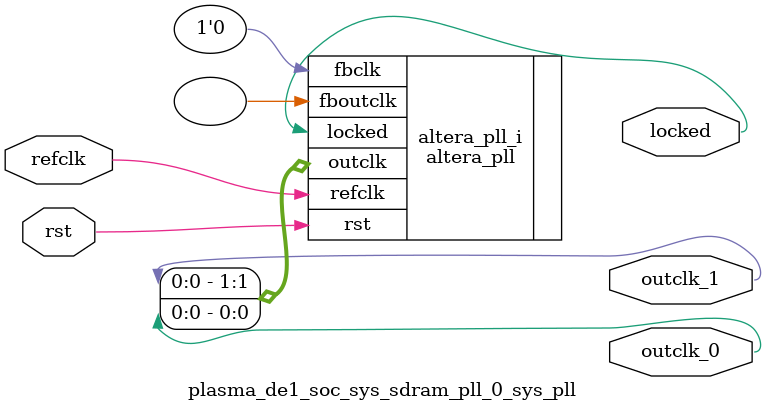
<source format=v>
`timescale 1ns/10ps
module  plasma_de1_soc_sys_sdram_pll_0_sys_pll(

	// interface 'refclk'
	input wire refclk,

	// interface 'reset'
	input wire rst,

	// interface 'outclk0'
	output wire outclk_0,

	// interface 'outclk1'
	output wire outclk_1,

	// interface 'locked'
	output wire locked
);

	altera_pll #(
		.fractional_vco_multiplier("false"),
		.reference_clock_frequency("50.0 MHz"),
		.operation_mode("direct"),
		.number_of_clocks(2),
		.output_clock_frequency0("50.000000 MHz"),
		.phase_shift0("0 ps"),
		.duty_cycle0(50),
		.output_clock_frequency1("50.000000 MHz"),
		.phase_shift1("-3000 ps"),
		.duty_cycle1(50),
		.output_clock_frequency2("0 MHz"),
		.phase_shift2("0 ps"),
		.duty_cycle2(50),
		.output_clock_frequency3("0 MHz"),
		.phase_shift3("0 ps"),
		.duty_cycle3(50),
		.output_clock_frequency4("0 MHz"),
		.phase_shift4("0 ps"),
		.duty_cycle4(50),
		.output_clock_frequency5("0 MHz"),
		.phase_shift5("0 ps"),
		.duty_cycle5(50),
		.output_clock_frequency6("0 MHz"),
		.phase_shift6("0 ps"),
		.duty_cycle6(50),
		.output_clock_frequency7("0 MHz"),
		.phase_shift7("0 ps"),
		.duty_cycle7(50),
		.output_clock_frequency8("0 MHz"),
		.phase_shift8("0 ps"),
		.duty_cycle8(50),
		.output_clock_frequency9("0 MHz"),
		.phase_shift9("0 ps"),
		.duty_cycle9(50),
		.output_clock_frequency10("0 MHz"),
		.phase_shift10("0 ps"),
		.duty_cycle10(50),
		.output_clock_frequency11("0 MHz"),
		.phase_shift11("0 ps"),
		.duty_cycle11(50),
		.output_clock_frequency12("0 MHz"),
		.phase_shift12("0 ps"),
		.duty_cycle12(50),
		.output_clock_frequency13("0 MHz"),
		.phase_shift13("0 ps"),
		.duty_cycle13(50),
		.output_clock_frequency14("0 MHz"),
		.phase_shift14("0 ps"),
		.duty_cycle14(50),
		.output_clock_frequency15("0 MHz"),
		.phase_shift15("0 ps"),
		.duty_cycle15(50),
		.output_clock_frequency16("0 MHz"),
		.phase_shift16("0 ps"),
		.duty_cycle16(50),
		.output_clock_frequency17("0 MHz"),
		.phase_shift17("0 ps"),
		.duty_cycle17(50),
		.pll_type("General"),
		.pll_subtype("General")
	) altera_pll_i (
		.rst	(rst),
		.outclk	({outclk_1, outclk_0}),
		.locked	(locked),
		.fboutclk	( ),
		.fbclk	(1'b0),
		.refclk	(refclk)
	);
endmodule


</source>
